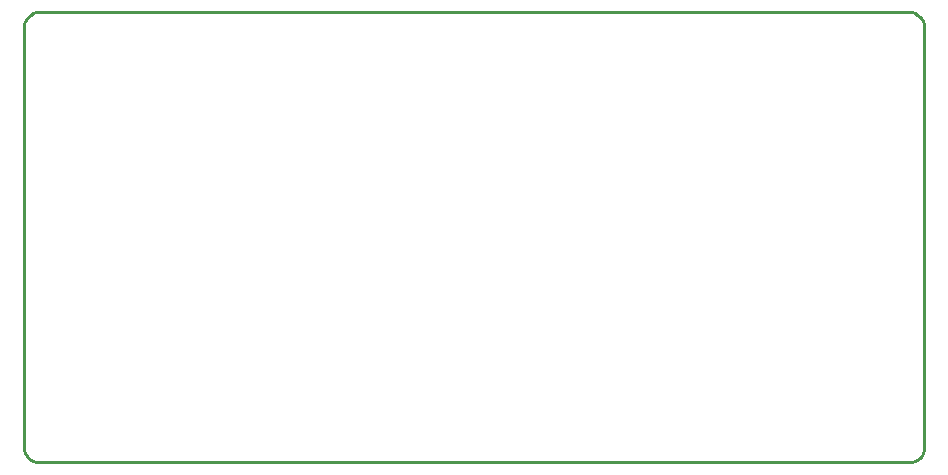
<source format=gm1>
G04*
G04 #@! TF.GenerationSoftware,Altium Limited,Altium Designer,21.2.2 (38)*
G04*
G04 Layer_Color=16711935*
%FSLAX24Y24*%
%MOIN*%
G70*
G04*
G04 #@! TF.SameCoordinates,143DD886-8BEB-4202-99AC-BBB6EA89E434*
G04*
G04*
G04 #@! TF.FilePolarity,Positive*
G04*
G01*
G75*
%ADD12C,0.0100*%
D12*
X0Y500D02*
X10Y402D01*
X38Y309D01*
X84Y222D01*
X146Y146D01*
X222Y84D01*
X309Y38D01*
X402Y10D01*
X500Y0D01*
X29500D02*
X29598Y10D01*
X29691Y38D01*
X29778Y84D01*
X29854Y146D01*
X29916Y222D01*
X29962Y309D01*
X29990Y402D01*
X30000Y500D01*
Y14500D02*
X29990Y14598D01*
X29962Y14691D01*
X29916Y14778D01*
X29854Y14854D01*
X29778Y14916D01*
X29691Y14962D01*
X29598Y14990D01*
X29500Y15000D01*
X500D02*
X402Y14990D01*
X309Y14962D01*
X222Y14916D01*
X146Y14854D01*
X84Y14778D01*
X38Y14691D01*
X10Y14598D01*
X0Y14500D01*
X500Y15000D02*
X29500D01*
X0Y500D02*
Y5000D01*
X500Y0D02*
X29500D01*
X30000Y500D02*
Y14500D01*
X0Y5000D02*
Y14500D01*
M02*

</source>
